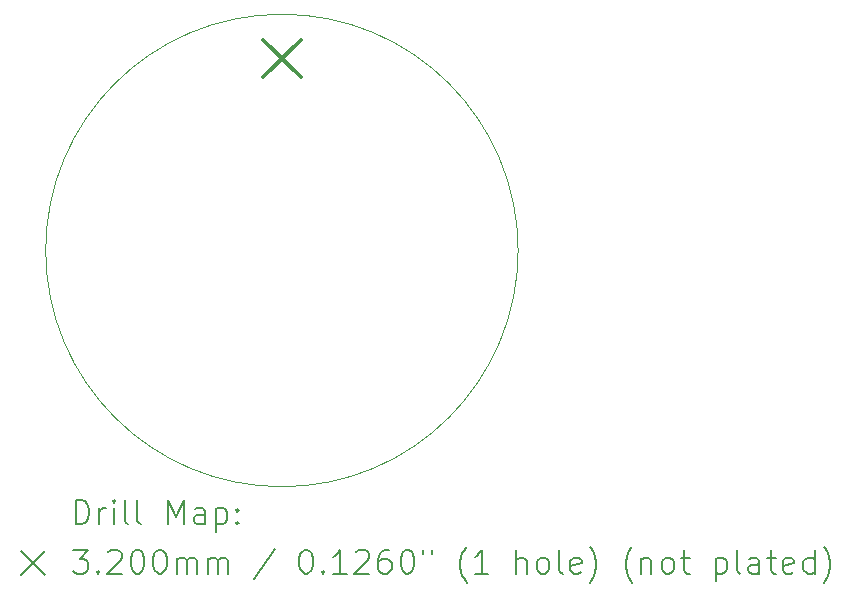
<source format=gbr>
%FSLAX45Y45*%
G04 Gerber Fmt 4.5, Leading zero omitted, Abs format (unit mm)*
G04 Created by KiCad (PCBNEW (6.0.6)) date 2022-07-27 20:36:13*
%MOMM*%
%LPD*%
G01*
G04 APERTURE LIST*
%TA.AperFunction,Profile*%
%ADD10C,0.100000*%
%TD*%
%ADD11C,0.200000*%
%ADD12C,0.320000*%
G04 APERTURE END LIST*
D10*
X14407900Y-11988800D02*
G75*
G03*
X14407900Y-11988800I-2000000J0D01*
G01*
D11*
D12*
X12250440Y-10203200D02*
X12570440Y-10523200D01*
X12570440Y-10203200D02*
X12250440Y-10523200D01*
D11*
X10660519Y-14304276D02*
X10660519Y-14104276D01*
X10708138Y-14104276D01*
X10736710Y-14113800D01*
X10755757Y-14132848D01*
X10765281Y-14151895D01*
X10774805Y-14189990D01*
X10774805Y-14218562D01*
X10765281Y-14256657D01*
X10755757Y-14275705D01*
X10736710Y-14294752D01*
X10708138Y-14304276D01*
X10660519Y-14304276D01*
X10860519Y-14304276D02*
X10860519Y-14170943D01*
X10860519Y-14209038D02*
X10870043Y-14189990D01*
X10879567Y-14180467D01*
X10898614Y-14170943D01*
X10917662Y-14170943D01*
X10984329Y-14304276D02*
X10984329Y-14170943D01*
X10984329Y-14104276D02*
X10974805Y-14113800D01*
X10984329Y-14123324D01*
X10993852Y-14113800D01*
X10984329Y-14104276D01*
X10984329Y-14123324D01*
X11108138Y-14304276D02*
X11089090Y-14294752D01*
X11079567Y-14275705D01*
X11079567Y-14104276D01*
X11212900Y-14304276D02*
X11193852Y-14294752D01*
X11184329Y-14275705D01*
X11184329Y-14104276D01*
X11441471Y-14304276D02*
X11441471Y-14104276D01*
X11508138Y-14247133D01*
X11574805Y-14104276D01*
X11574805Y-14304276D01*
X11755757Y-14304276D02*
X11755757Y-14199514D01*
X11746233Y-14180467D01*
X11727186Y-14170943D01*
X11689090Y-14170943D01*
X11670043Y-14180467D01*
X11755757Y-14294752D02*
X11736709Y-14304276D01*
X11689090Y-14304276D01*
X11670043Y-14294752D01*
X11660519Y-14275705D01*
X11660519Y-14256657D01*
X11670043Y-14237609D01*
X11689090Y-14228086D01*
X11736709Y-14228086D01*
X11755757Y-14218562D01*
X11850995Y-14170943D02*
X11850995Y-14370943D01*
X11850995Y-14180467D02*
X11870043Y-14170943D01*
X11908138Y-14170943D01*
X11927186Y-14180467D01*
X11936709Y-14189990D01*
X11946233Y-14209038D01*
X11946233Y-14266181D01*
X11936709Y-14285228D01*
X11927186Y-14294752D01*
X11908138Y-14304276D01*
X11870043Y-14304276D01*
X11850995Y-14294752D01*
X12031948Y-14285228D02*
X12041471Y-14294752D01*
X12031948Y-14304276D01*
X12022424Y-14294752D01*
X12031948Y-14285228D01*
X12031948Y-14304276D01*
X12031948Y-14180467D02*
X12041471Y-14189990D01*
X12031948Y-14199514D01*
X12022424Y-14189990D01*
X12031948Y-14180467D01*
X12031948Y-14199514D01*
X10202900Y-14533800D02*
X10402900Y-14733800D01*
X10402900Y-14533800D02*
X10202900Y-14733800D01*
X10641471Y-14524276D02*
X10765281Y-14524276D01*
X10698614Y-14600467D01*
X10727186Y-14600467D01*
X10746233Y-14609990D01*
X10755757Y-14619514D01*
X10765281Y-14638562D01*
X10765281Y-14686181D01*
X10755757Y-14705228D01*
X10746233Y-14714752D01*
X10727186Y-14724276D01*
X10670043Y-14724276D01*
X10650995Y-14714752D01*
X10641471Y-14705228D01*
X10850995Y-14705228D02*
X10860519Y-14714752D01*
X10850995Y-14724276D01*
X10841471Y-14714752D01*
X10850995Y-14705228D01*
X10850995Y-14724276D01*
X10936710Y-14543324D02*
X10946233Y-14533800D01*
X10965281Y-14524276D01*
X11012900Y-14524276D01*
X11031948Y-14533800D01*
X11041471Y-14543324D01*
X11050995Y-14562371D01*
X11050995Y-14581419D01*
X11041471Y-14609990D01*
X10927186Y-14724276D01*
X11050995Y-14724276D01*
X11174805Y-14524276D02*
X11193852Y-14524276D01*
X11212900Y-14533800D01*
X11222424Y-14543324D01*
X11231948Y-14562371D01*
X11241471Y-14600467D01*
X11241471Y-14648086D01*
X11231948Y-14686181D01*
X11222424Y-14705228D01*
X11212900Y-14714752D01*
X11193852Y-14724276D01*
X11174805Y-14724276D01*
X11155757Y-14714752D01*
X11146233Y-14705228D01*
X11136710Y-14686181D01*
X11127186Y-14648086D01*
X11127186Y-14600467D01*
X11136710Y-14562371D01*
X11146233Y-14543324D01*
X11155757Y-14533800D01*
X11174805Y-14524276D01*
X11365281Y-14524276D02*
X11384328Y-14524276D01*
X11403376Y-14533800D01*
X11412900Y-14543324D01*
X11422424Y-14562371D01*
X11431948Y-14600467D01*
X11431948Y-14648086D01*
X11422424Y-14686181D01*
X11412900Y-14705228D01*
X11403376Y-14714752D01*
X11384328Y-14724276D01*
X11365281Y-14724276D01*
X11346233Y-14714752D01*
X11336709Y-14705228D01*
X11327186Y-14686181D01*
X11317662Y-14648086D01*
X11317662Y-14600467D01*
X11327186Y-14562371D01*
X11336709Y-14543324D01*
X11346233Y-14533800D01*
X11365281Y-14524276D01*
X11517662Y-14724276D02*
X11517662Y-14590943D01*
X11517662Y-14609990D02*
X11527186Y-14600467D01*
X11546233Y-14590943D01*
X11574805Y-14590943D01*
X11593852Y-14600467D01*
X11603376Y-14619514D01*
X11603376Y-14724276D01*
X11603376Y-14619514D02*
X11612900Y-14600467D01*
X11631948Y-14590943D01*
X11660519Y-14590943D01*
X11679567Y-14600467D01*
X11689090Y-14619514D01*
X11689090Y-14724276D01*
X11784328Y-14724276D02*
X11784328Y-14590943D01*
X11784328Y-14609990D02*
X11793852Y-14600467D01*
X11812900Y-14590943D01*
X11841471Y-14590943D01*
X11860519Y-14600467D01*
X11870043Y-14619514D01*
X11870043Y-14724276D01*
X11870043Y-14619514D02*
X11879567Y-14600467D01*
X11898614Y-14590943D01*
X11927186Y-14590943D01*
X11946233Y-14600467D01*
X11955757Y-14619514D01*
X11955757Y-14724276D01*
X12346233Y-14514752D02*
X12174805Y-14771895D01*
X12603376Y-14524276D02*
X12622424Y-14524276D01*
X12641471Y-14533800D01*
X12650995Y-14543324D01*
X12660519Y-14562371D01*
X12670043Y-14600467D01*
X12670043Y-14648086D01*
X12660519Y-14686181D01*
X12650995Y-14705228D01*
X12641471Y-14714752D01*
X12622424Y-14724276D01*
X12603376Y-14724276D01*
X12584328Y-14714752D01*
X12574805Y-14705228D01*
X12565281Y-14686181D01*
X12555757Y-14648086D01*
X12555757Y-14600467D01*
X12565281Y-14562371D01*
X12574805Y-14543324D01*
X12584328Y-14533800D01*
X12603376Y-14524276D01*
X12755757Y-14705228D02*
X12765281Y-14714752D01*
X12755757Y-14724276D01*
X12746233Y-14714752D01*
X12755757Y-14705228D01*
X12755757Y-14724276D01*
X12955757Y-14724276D02*
X12841471Y-14724276D01*
X12898614Y-14724276D02*
X12898614Y-14524276D01*
X12879567Y-14552848D01*
X12860519Y-14571895D01*
X12841471Y-14581419D01*
X13031948Y-14543324D02*
X13041471Y-14533800D01*
X13060519Y-14524276D01*
X13108138Y-14524276D01*
X13127186Y-14533800D01*
X13136709Y-14543324D01*
X13146233Y-14562371D01*
X13146233Y-14581419D01*
X13136709Y-14609990D01*
X13022424Y-14724276D01*
X13146233Y-14724276D01*
X13317662Y-14524276D02*
X13279567Y-14524276D01*
X13260519Y-14533800D01*
X13250995Y-14543324D01*
X13231948Y-14571895D01*
X13222424Y-14609990D01*
X13222424Y-14686181D01*
X13231948Y-14705228D01*
X13241471Y-14714752D01*
X13260519Y-14724276D01*
X13298614Y-14724276D01*
X13317662Y-14714752D01*
X13327186Y-14705228D01*
X13336709Y-14686181D01*
X13336709Y-14638562D01*
X13327186Y-14619514D01*
X13317662Y-14609990D01*
X13298614Y-14600467D01*
X13260519Y-14600467D01*
X13241471Y-14609990D01*
X13231948Y-14619514D01*
X13222424Y-14638562D01*
X13460519Y-14524276D02*
X13479567Y-14524276D01*
X13498614Y-14533800D01*
X13508138Y-14543324D01*
X13517662Y-14562371D01*
X13527186Y-14600467D01*
X13527186Y-14648086D01*
X13517662Y-14686181D01*
X13508138Y-14705228D01*
X13498614Y-14714752D01*
X13479567Y-14724276D01*
X13460519Y-14724276D01*
X13441471Y-14714752D01*
X13431948Y-14705228D01*
X13422424Y-14686181D01*
X13412900Y-14648086D01*
X13412900Y-14600467D01*
X13422424Y-14562371D01*
X13431948Y-14543324D01*
X13441471Y-14533800D01*
X13460519Y-14524276D01*
X13603376Y-14524276D02*
X13603376Y-14562371D01*
X13679567Y-14524276D02*
X13679567Y-14562371D01*
X13974805Y-14800467D02*
X13965281Y-14790943D01*
X13946233Y-14762371D01*
X13936709Y-14743324D01*
X13927186Y-14714752D01*
X13917662Y-14667133D01*
X13917662Y-14629038D01*
X13927186Y-14581419D01*
X13936709Y-14552848D01*
X13946233Y-14533800D01*
X13965281Y-14505228D01*
X13974805Y-14495705D01*
X14155757Y-14724276D02*
X14041471Y-14724276D01*
X14098614Y-14724276D02*
X14098614Y-14524276D01*
X14079567Y-14552848D01*
X14060519Y-14571895D01*
X14041471Y-14581419D01*
X14393852Y-14724276D02*
X14393852Y-14524276D01*
X14479567Y-14724276D02*
X14479567Y-14619514D01*
X14470043Y-14600467D01*
X14450995Y-14590943D01*
X14422424Y-14590943D01*
X14403376Y-14600467D01*
X14393852Y-14609990D01*
X14603376Y-14724276D02*
X14584328Y-14714752D01*
X14574805Y-14705228D01*
X14565281Y-14686181D01*
X14565281Y-14629038D01*
X14574805Y-14609990D01*
X14584328Y-14600467D01*
X14603376Y-14590943D01*
X14631948Y-14590943D01*
X14650995Y-14600467D01*
X14660519Y-14609990D01*
X14670043Y-14629038D01*
X14670043Y-14686181D01*
X14660519Y-14705228D01*
X14650995Y-14714752D01*
X14631948Y-14724276D01*
X14603376Y-14724276D01*
X14784328Y-14724276D02*
X14765281Y-14714752D01*
X14755757Y-14695705D01*
X14755757Y-14524276D01*
X14936709Y-14714752D02*
X14917662Y-14724276D01*
X14879567Y-14724276D01*
X14860519Y-14714752D01*
X14850995Y-14695705D01*
X14850995Y-14619514D01*
X14860519Y-14600467D01*
X14879567Y-14590943D01*
X14917662Y-14590943D01*
X14936709Y-14600467D01*
X14946233Y-14619514D01*
X14946233Y-14638562D01*
X14850995Y-14657609D01*
X15012900Y-14800467D02*
X15022424Y-14790943D01*
X15041471Y-14762371D01*
X15050995Y-14743324D01*
X15060519Y-14714752D01*
X15070043Y-14667133D01*
X15070043Y-14629038D01*
X15060519Y-14581419D01*
X15050995Y-14552848D01*
X15041471Y-14533800D01*
X15022424Y-14505228D01*
X15012900Y-14495705D01*
X15374805Y-14800467D02*
X15365281Y-14790943D01*
X15346233Y-14762371D01*
X15336709Y-14743324D01*
X15327186Y-14714752D01*
X15317662Y-14667133D01*
X15317662Y-14629038D01*
X15327186Y-14581419D01*
X15336709Y-14552848D01*
X15346233Y-14533800D01*
X15365281Y-14505228D01*
X15374805Y-14495705D01*
X15450995Y-14590943D02*
X15450995Y-14724276D01*
X15450995Y-14609990D02*
X15460519Y-14600467D01*
X15479567Y-14590943D01*
X15508138Y-14590943D01*
X15527186Y-14600467D01*
X15536709Y-14619514D01*
X15536709Y-14724276D01*
X15660519Y-14724276D02*
X15641471Y-14714752D01*
X15631948Y-14705228D01*
X15622424Y-14686181D01*
X15622424Y-14629038D01*
X15631948Y-14609990D01*
X15641471Y-14600467D01*
X15660519Y-14590943D01*
X15689090Y-14590943D01*
X15708138Y-14600467D01*
X15717662Y-14609990D01*
X15727186Y-14629038D01*
X15727186Y-14686181D01*
X15717662Y-14705228D01*
X15708138Y-14714752D01*
X15689090Y-14724276D01*
X15660519Y-14724276D01*
X15784328Y-14590943D02*
X15860519Y-14590943D01*
X15812900Y-14524276D02*
X15812900Y-14695705D01*
X15822424Y-14714752D01*
X15841471Y-14724276D01*
X15860519Y-14724276D01*
X16079567Y-14590943D02*
X16079567Y-14790943D01*
X16079567Y-14600467D02*
X16098614Y-14590943D01*
X16136709Y-14590943D01*
X16155757Y-14600467D01*
X16165281Y-14609990D01*
X16174805Y-14629038D01*
X16174805Y-14686181D01*
X16165281Y-14705228D01*
X16155757Y-14714752D01*
X16136709Y-14724276D01*
X16098614Y-14724276D01*
X16079567Y-14714752D01*
X16289090Y-14724276D02*
X16270043Y-14714752D01*
X16260519Y-14695705D01*
X16260519Y-14524276D01*
X16450995Y-14724276D02*
X16450995Y-14619514D01*
X16441471Y-14600467D01*
X16422424Y-14590943D01*
X16384328Y-14590943D01*
X16365281Y-14600467D01*
X16450995Y-14714752D02*
X16431948Y-14724276D01*
X16384328Y-14724276D01*
X16365281Y-14714752D01*
X16355757Y-14695705D01*
X16355757Y-14676657D01*
X16365281Y-14657609D01*
X16384328Y-14648086D01*
X16431948Y-14648086D01*
X16450995Y-14638562D01*
X16517662Y-14590943D02*
X16593852Y-14590943D01*
X16546233Y-14524276D02*
X16546233Y-14695705D01*
X16555757Y-14714752D01*
X16574805Y-14724276D01*
X16593852Y-14724276D01*
X16736709Y-14714752D02*
X16717662Y-14724276D01*
X16679567Y-14724276D01*
X16660519Y-14714752D01*
X16650995Y-14695705D01*
X16650995Y-14619514D01*
X16660519Y-14600467D01*
X16679567Y-14590943D01*
X16717662Y-14590943D01*
X16736709Y-14600467D01*
X16746233Y-14619514D01*
X16746233Y-14638562D01*
X16650995Y-14657609D01*
X16917662Y-14724276D02*
X16917662Y-14524276D01*
X16917662Y-14714752D02*
X16898614Y-14724276D01*
X16860519Y-14724276D01*
X16841471Y-14714752D01*
X16831948Y-14705228D01*
X16822424Y-14686181D01*
X16822424Y-14629038D01*
X16831948Y-14609990D01*
X16841471Y-14600467D01*
X16860519Y-14590943D01*
X16898614Y-14590943D01*
X16917662Y-14600467D01*
X16993852Y-14800467D02*
X17003376Y-14790943D01*
X17022424Y-14762371D01*
X17031948Y-14743324D01*
X17041471Y-14714752D01*
X17050995Y-14667133D01*
X17050995Y-14629038D01*
X17041471Y-14581419D01*
X17031948Y-14552848D01*
X17022424Y-14533800D01*
X17003376Y-14505228D01*
X16993852Y-14495705D01*
M02*

</source>
